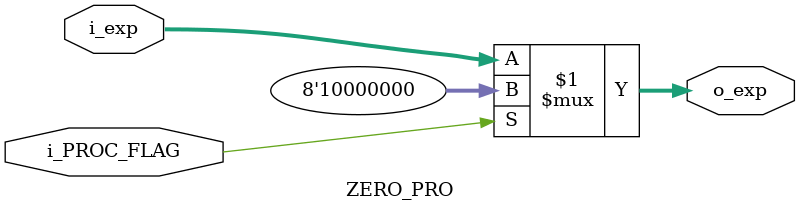
<source format=v>
module ZERO_PRO(
    input i_PROC_FLAG,
    input  [7:0]  i_exp,
    output [7:0]  o_exp
);

    assign o_exp = i_PROC_FLAG ? 8'b1000_0000 : i_exp;

endmodule
</source>
